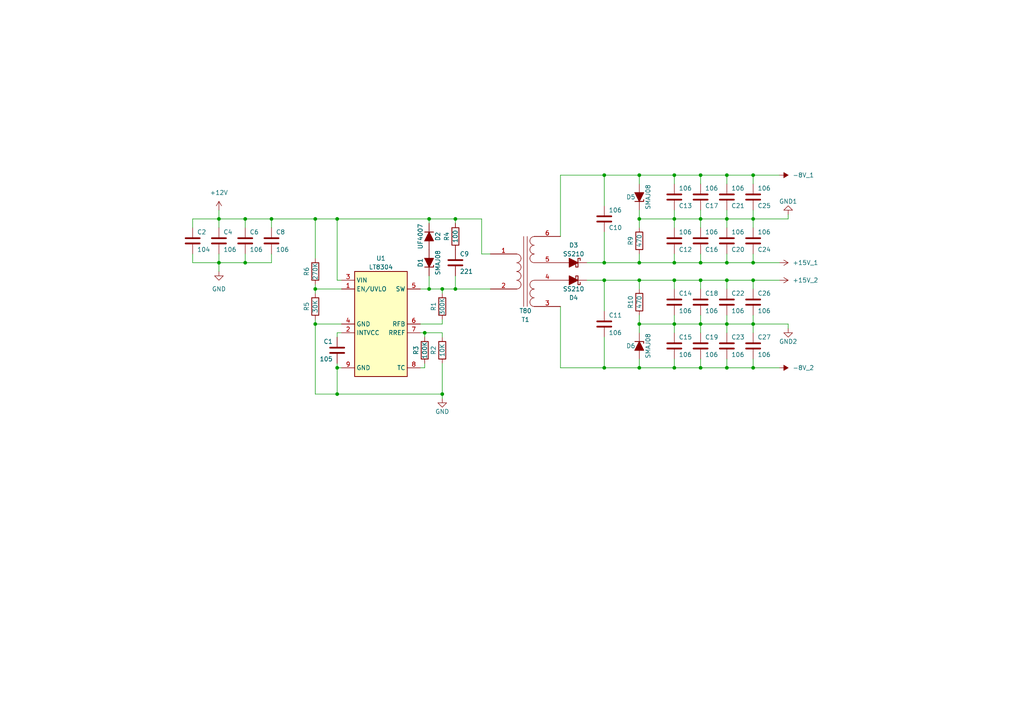
<source format=kicad_sch>
(kicad_sch (version 20250114) (generator "eeschema") (generator_version "9.0")
  (paper "A4")
  (lib_symbols
    (symbol "Device:C" (pin_numbers (hide yes)) (pin_names (offset 0.254))
      (property "Reference" "C" (at 0.635 2.54 0))
      (property "Value" "C" (at 0.635 -2.54 0))
      (symbol "C_0_1"
        (polyline (pts (xy -2.032 0.762) (xy 2.032 0.762)) (stroke (width 0.508)))
        (polyline (pts (xy -2.032 -0.762) (xy 2.032 -0.762)) (stroke (width 0.508)))
      )
      (symbol "C_1_1"
        (pin passive line (at 0 3.81 270) (length 2.794) (name "~") (number "1"))
        (pin passive line (at 0 -3.81 90) (length 2.794) (name "~") (number "2"))
      )
    )
    (symbol "Device:D_Filled" (pin_numbers (hide yes)) (pin_names (offset 1.016) (hide yes))
      (property "Reference" "D" (at 0 2.54 0))
      (property "Value" "D_Filled" (at 0 -2.54 0))
      (symbol "D_Filled_0_1"
        (polyline (pts (xy -1.27 1.27) (xy -1.27 -1.27)) (stroke (width 0.254)))
        (polyline (pts (xy 1.27 1.27) (xy 1.27 -1.27) (xy -1.27 0) (xy 1.27 1.27)) (stroke (width 0.254)) (fill (type outline)))
        (polyline (pts (xy 1.27 0) (xy -1.27 0)))
      )
      (symbol "D_Filled_1_1"
        (pin passive line (at -3.81 0 0) (length 2.54) (name "K") (number "1"))
        (pin passive line (at 3.81 0 180) (length 2.54) (name "A") (number "2"))
      )
    )
    (symbol "Device:D_Schottky_Filled" (pin_numbers (hide yes)) (pin_names (offset 1.016) (hide yes))
      (property "Reference" "D" (at 0 2.54 0))
      (property "Value" "D_Schottky_Filled" (at 0 -2.54 0))
      (symbol "D_Schottky_Filled_0_1"
        (polyline (pts (xy -1.905 0.635) (xy -1.905 1.27) (xy -1.27 1.27) (xy -1.27 -1.27) (xy -0.635 -1.27) (xy -0.635 -0.635)) (stroke (width 0.254)))
        (polyline (pts (xy 1.27 1.27) (xy 1.27 -1.27) (xy -1.27 0) (xy 1.27 1.27)) (stroke (width 0.254)) (fill (type outline)))
        (polyline (pts (xy 1.27 0) (xy -1.27 0)))
      )
      (symbol "D_Schottky_Filled_1_1"
        (pin passive line (at -3.81 0 0) (length 2.54) (name "K") (number "1"))
        (pin passive line (at 3.81 0 180) (length 2.54) (name "A") (number "2"))
      )
    )
    (symbol "Device:D_Zener_Filled" (pin_numbers (hide yes)) (pin_names (offset 1.016) (hide yes))
      (property "Reference" "D" (at 0 2.54 0))
      (property "Value" "D_Zener_Filled" (at 0 -2.54 0))
      (symbol "D_Zener_Filled_0_1"
        (polyline (pts (xy -1.27 -1.27) (xy -1.27 1.27) (xy -0.762 1.27)) (stroke (width 0.254)))
        (polyline (pts (xy 1.27 0) (xy -1.27 0)))
        (polyline (pts (xy 1.27 -1.27) (xy 1.27 1.27) (xy -1.27 0) (xy 1.27 -1.27)) (stroke (width 0.254)) (fill (type outline)))
      )
      (symbol "D_Zener_Filled_1_1"
        (pin passive line (at -3.81 0 0) (length 2.54) (name "K") (number "1"))
        (pin passive line (at 3.81 0 180) (length 2.54) (name "A") (number "2"))
      )
    )
    (symbol "Device:R" (pin_numbers (hide yes)) (pin_names (offset 0))
      (property "Reference" "R" (at 2.032 0 90))
      (property "Value" "R" (at 0 0 90))
      (symbol "R_0_1"
        (rectangle (start -1.016 -2.54) (end 1.016 2.54) (stroke (width 0.254)))
      )
      (symbol "R_1_1"
        (pin passive line (at 0 3.81 270) (length 1.27) (name "~") (number "1"))
        (pin passive line (at 0 -3.81 90) (length 1.27) (name "~") (number "2"))
      )
    )
    (symbol "Device:Transformer_1P_2S" (pin_names (offset 1.016) (hide yes))
      (property "Reference" "T1" (at 0 15.24 0))
      (property "Value" "Transformer_1P_2S" (at 0 12.7 0))
      (symbol "Transformer_1P_2S_0_1"
        (arc (start -1.27 3.81) (mid -1.656 2.9336) (end -2.54 2.5654))
        (arc (start -1.27 1.27) (mid -1.656 0.3936) (end -2.54 0.0254))
        (arc (start -1.27 -1.27) (mid -1.656 -2.1464) (end -2.54 -2.5146))
        (arc (start -1.27 -3.81) (mid -1.656 -4.6864) (end -2.54 -5.0546))
        (arc (start -2.54 5.08) (mid -1.642 4.708) (end -1.27 3.81))
        (arc (start -2.54 2.54) (mid -1.642 2.168) (end -1.27 1.27))
        (arc (start -2.54 0) (mid -1.642 -0.372) (end -1.27 -1.27))
        (arc (start -2.54 -2.54) (mid -1.642 -2.912) (end -1.27 -3.81))
        (polyline (pts (xy -0.508 -10.16) (xy -0.508 10.16)))
        (polyline (pts (xy 0.508 10.16) (xy 0.508 -10.16)))
        (arc (start 1.2954 8.89) (mid 1.6457 9.7917) (end 2.54 10.16))
        (arc (start 1.2954 6.35) (mid 1.6457 7.2517) (end 2.54 7.62))
        (arc (start 1.2954 3.81) (mid 1.6457 4.7117) (end 2.54 5.08))
        (arc (start 1.2954 -3.81) (mid 1.6457 -2.9083) (end 2.54 -2.54))
        (arc (start 1.2954 -6.35) (mid 1.6457 -5.4483) (end 2.54 -5.08))
        (arc (start 1.2954 -8.89) (mid 1.6457 -7.9883) (end 2.54 -7.62))
        (arc (start 2.54 7.6454) (mid 1.6599 8.0099) (end 1.2954 8.89))
        (arc (start 2.54 5.1054) (mid 1.6599 5.4699) (end 1.2954 6.35))
        (arc (start 2.54 2.5654) (mid 1.6599 2.9299) (end 1.2954 3.81))
        (arc (start 2.54 -5.0546) (mid 1.6599 -4.6901) (end 1.2954 -3.81))
        (arc (start 2.54 -7.5946) (mid 1.6599 -7.2301) (end 1.2954 -6.35))
        (arc (start 2.54 -10.1346) (mid 1.6599 -9.7701) (end 1.2954 -8.89))
      )
      (symbol "Transformer_1P_2S_1_1"
        (pin passive line (at -10.16 5.08 0) (length 7.62) (name "AA") (number "2"))
        (pin passive line (at -10.16 -5.08 0) (length 7.62) (name "AB") (number "1"))
        (pin passive line (at 10.16 10.16 180) (length 7.62) (name "SA") (number "3"))
        (pin passive line (at 10.16 2.54 180) (length 7.62) (name "SB") (number "4"))
        (pin passive line (at 10.16 -2.54 180) (length 7.62) (name "SC") (number "5"))
        (pin passive line (at 10.16 -10.16 180) (length 7.62) (name "SD") (number "6"))
      )
    )
    (symbol "HR Parts:LT8304"
      (property "Reference" "U" (at 0 22.86 0))
      (property "Value" "LT8304" (at 0 -10.16 0))
      (symbol "LT8304_0_1"
        (rectangle (start -7.62 21.59) (end 7.62 -8.89) (stroke (width 0.254)) (fill (type background)))
      )
      (symbol "LT8304_1_1"
        (pin power_in line (at -11.43 19.05 0) (length 3.81) (name "VIN") (number "3"))
        (pin input line (at -11.43 16.51 0) (length 3.81) (name "EN/UVLO") (number "1"))
        (pin power_in line (at -11.43 6.35 0) (length 3.81) (name "GND") (number "4"))
        (pin passive line (at -11.43 3.81 0) (length 3.81) (name "INTVCC") (number "2"))
        (pin power_in line (at -11.43 -6.35 0) (length 3.81) (name "GND") (number "9"))
        (pin power_out line (at 11.43 16.51 180) (length 3.81) (name "SW") (number "5"))
        (pin input line (at 11.43 6.35 180) (length 3.81) (name "RFB") (number "6"))
        (pin input line (at 11.43 3.81 180) (length 3.81) (name "RREF") (number "7"))
        (pin input line (at 11.43 -6.35 180) (length 3.81) (name "TC") (number "8"))
      )
    )
    (symbol "HR-parts:+15V_1" (power) (pin_names (offset 0))
      (property "Value" "+15V_1" (at 0 3.556 0))
      (symbol "+15V_1_0_1"
        (polyline (pts (xy -0.762 1.27) (xy 0 2.54)))
        (polyline (pts (xy 0 2.54) (xy 0.762 1.27)))
        (polyline (pts (xy 0 0) (xy 0 2.54)))
      )
      (symbol "+15V_1_1_1"
        (pin power_in line (at 0 0 90) (length 0) (hide yes) (name "+15V_1") (number "1"))
      )
    )
    (symbol "HR-parts:+15V_2" (power) (pin_names (offset 0))
      (property "Value" "+15V_2" (at 0 3.556 0))
      (symbol "+15V_2_0_1"
        (polyline (pts (xy -0.762 1.27) (xy 0 2.54)))
        (polyline (pts (xy 0 2.54) (xy 0.762 1.27)))
        (polyline (pts (xy 0 0) (xy 0 2.54)))
      )
      (symbol "+15V_2_1_1"
        (pin power_in line (at 0 0 90) (length 0) (hide yes) (name "+15V_2") (number "1"))
      )
    )
    (symbol "HR-parts:-8V_1" (power) (pin_names (offset 0))
      (property "Value" "-8V_1" (at 0 3.556 0))
      (symbol "-8V_1_0_1"
        (polyline (pts (xy -0.762 1.27) (xy 0.762 1.27) (xy 0 2.54) (xy -0.762 1.27)) (fill (type outline)))
        (polyline (pts (xy 0 0) (xy 0 2.54)))
      )
      (symbol "-8V_1_1_1"
        (pin power_in line (at 0 0 90) (length 0) (hide yes) (name "-8V_1") (number "1"))
      )
    )
    (symbol "HR-parts:-8V_2" (power) (pin_names (offset 0))
      (property "Value" "-8V_2" (at 0 3.556 0))
      (symbol "-8V_2_0_1"
        (polyline (pts (xy -0.762 1.27) (xy 0.762 1.27) (xy 0 2.54) (xy -0.762 1.27)) (fill (type outline)))
        (polyline (pts (xy 0 0) (xy 0 2.54)))
      )
      (symbol "-8V_2_1_1"
        (pin power_in line (at 0 0 90) (length 0) (hide yes) (name "-8V_2") (number "1"))
      )
    )
    (symbol "power:+12V" (power) (pin_names (offset 0))
      (property "Value" "+12V" (at 0 3.556 0))
      (symbol "+12V_0_1"
        (polyline (pts (xy -0.762 1.27) (xy 0 2.54)))
        (polyline (pts (xy 0 2.54) (xy 0.762 1.27)))
        (polyline (pts (xy 0 0) (xy 0 2.54)))
      )
      (symbol "+12V_1_1"
        (pin power_in line (at 0 0 90) (length 0) (hide yes) (name "+12V") (number "1"))
      )
    )
    (symbol "power:GND" (power) (pin_names (offset 0))
      (property "Value" "GND" (at 0 -3.81 0))
      (symbol "GND_0_1"
        (polyline (pts (xy 0 0) (xy 0 -1.27) (xy 1.27 -1.27) (xy 0 -2.54) (xy -1.27 -1.27) (xy 0 -1.27)))
      )
      (symbol "GND_1_1"
        (pin power_in line (at 0 0 270) (length 0) (hide yes) (name "GND") (number "1"))
      )
    )
    (symbol "power:GND1" (power) (pin_names (offset 0))
      (property "Value" "GND1" (at 0 -3.81 0))
      (symbol "GND1_0_1"
        (polyline (pts (xy 0 0) (xy 0 -1.27) (xy 1.27 -1.27) (xy 0 -2.54) (xy -1.27 -1.27) (xy 0 -1.27)))
      )
      (symbol "GND1_1_1"
        (pin power_in line (at 0 0 270) (length 0) (hide yes) (name "GND1") (number "1"))
      )
    )
    (symbol "power:GND2" (power) (pin_names (offset 0))
      (property "Value" "GND2" (at 0 -3.81 0))
      (symbol "GND2_0_1"
        (polyline (pts (xy 0 0) (xy 0 -1.27) (xy 1.27 -1.27) (xy 0 -2.54) (xy -1.27 -1.27) (xy 0 -1.27)))
      )
      (symbol "GND2_1_1"
        (pin power_in line (at 0 0 270) (length 0) (hide yes) (name "GND2") (number "1"))
      )
    )
  )
  (junction (at 71.12 63.5))
  (junction (at 218.44 50.8))
  (junction (at 185.42 106.68))
  (junction (at 124.46 83.82))
  (junction (at 91.44 93.98))
  (junction (at 91.44 63.5))
  (junction (at 218.44 63.5))
  (junction (at 210.82 76.2))
  (junction (at 185.42 76.2))
  (junction (at 132.08 83.82))
  (junction (at 195.58 93.98))
  (junction (at 175.26 50.8))
  (junction (at 185.42 50.8))
  (junction (at 97.79 106.68))
  (junction (at 185.42 63.5))
  (junction (at 218.44 106.68))
  (junction (at 195.58 63.5))
  (junction (at 210.82 93.98))
  (junction (at 210.82 81.28))
  (junction (at 175.26 81.28))
  (junction (at 123.19 96.52))
  (junction (at 218.44 76.2))
  (junction (at 63.5 76.2))
  (junction (at 63.5 63.5))
  (junction (at 195.58 81.28))
  (junction (at 203.2 106.68))
  (junction (at 210.82 106.68))
  (junction (at 210.82 63.5))
  (junction (at 128.27 83.82))
  (junction (at 71.12 76.2))
  (junction (at 185.42 81.28))
  (junction (at 203.2 50.8))
  (junction (at 195.58 76.2))
  (junction (at 185.42 93.98))
  (junction (at 203.2 93.98))
  (junction (at 175.26 76.2))
  (junction (at 203.2 63.5))
  (junction (at 132.08 63.5))
  (junction (at 128.27 114.3))
  (junction (at 78.74 63.5))
  (junction (at 203.2 81.28))
  (junction (at 218.44 93.98))
  (junction (at 218.44 81.28))
  (junction (at 195.58 50.8))
  (junction (at 97.79 63.5))
  (junction (at 91.44 83.82))
  (junction (at 175.26 106.68))
  (junction (at 203.2 76.2))
  (junction (at 124.46 63.5))
  (junction (at 195.58 106.68))
  (junction (at 210.82 50.8))
  (junction (at 97.79 114.3))
  (wire (pts (xy 78.74 73.66) (xy 78.74 76.2)))
  (wire (pts (xy 162.56 50.8) (xy 175.26 50.8)))
  (wire (pts (xy 195.58 91.44) (xy 195.58 93.98)))
  (wire (pts (xy 210.82 81.28) (xy 218.44 81.28)))
  (wire (pts (xy 185.42 106.68) (xy 195.58 106.68)))
  (wire (pts (xy 185.42 81.28) (xy 185.42 83.82)))
  (wire (pts (xy 142.24 73.66) (xy 139.7 73.66)))
  (wire (pts (xy 175.26 81.28) (xy 185.42 81.28)))
  (wire (pts (xy 203.2 63.5) (xy 210.82 63.5)))
  (wire (pts (xy 121.92 96.52) (xy 123.19 96.52)))
  (wire (pts (xy 63.5 60.96) (xy 63.5 63.5)))
  (wire (pts (xy 195.58 50.8) (xy 203.2 50.8)))
  (wire (pts (xy 132.08 63.5) (xy 132.08 64.77)))
  (wire (pts (xy 185.42 76.2) (xy 185.42 73.66)))
  (wire (pts (xy 97.79 106.68) (xy 99.06 106.68)))
  (wire (pts (xy 91.44 63.5) (xy 97.79 63.5)))
  (wire (pts (xy 55.88 73.66) (xy 55.88 76.2)))
  (wire (pts (xy 228.6 93.98) (xy 228.6 95.25)))
  (wire (pts (xy 210.82 76.2) (xy 218.44 76.2)))
  (wire (pts (xy 91.44 83.82) (xy 99.06 83.82)))
  (wire (pts (xy 195.58 63.5) (xy 195.58 60.96)))
  (wire (pts (xy 63.5 76.2) (xy 63.5 78.74)))
  (wire (pts (xy 218.44 93.98) (xy 228.6 93.98)))
  (wire (pts (xy 132.08 63.5) (xy 139.7 63.5)))
  (wire (pts (xy 97.79 105.41) (xy 97.79 106.68)))
  (wire (pts (xy 99.06 96.52) (xy 97.79 96.52)))
  (wire (pts (xy 218.44 93.98) (xy 218.44 96.52)))
  (wire (pts (xy 195.58 63.5) (xy 203.2 63.5)))
  (wire (pts (xy 55.88 63.5) (xy 55.88 66.04)))
  (wire (pts (xy 203.2 50.8) (xy 210.82 50.8)))
  (wire (pts (xy 132.08 80.01) (xy 132.08 83.82)))
  (wire (pts (xy 175.26 106.68) (xy 185.42 106.68)))
  (wire (pts (xy 97.79 114.3) (xy 128.27 114.3)))
  (wire (pts (xy 124.46 63.5) (xy 132.08 63.5)))
  (wire (pts (xy 71.12 73.66) (xy 71.12 76.2)))
  (wire (pts (xy 185.42 81.28) (xy 195.58 81.28)))
  (wire (pts (xy 121.92 106.68) (xy 123.19 106.68)))
  (wire (pts (xy 175.26 81.28) (xy 175.26 90.17)))
  (wire (pts (xy 185.42 93.98) (xy 185.42 96.52)))
  (wire (pts (xy 195.58 106.68) (xy 203.2 106.68)))
  (wire (pts (xy 185.42 63.5) (xy 195.58 63.5)))
  (wire (pts (xy 210.82 106.68) (xy 218.44 106.68)))
  (wire (pts (xy 91.44 82.55) (xy 91.44 83.82)))
  (wire (pts (xy 185.42 66.04) (xy 185.42 63.5)))
  (wire (pts (xy 162.56 88.9) (xy 162.56 106.68)))
  (wire (pts (xy 218.44 50.8) (xy 226.06 50.8)))
  (wire (pts (xy 203.2 66.04) (xy 203.2 63.5)))
  (wire (pts (xy 210.82 93.98) (xy 218.44 93.98)))
  (wire (pts (xy 195.58 81.28) (xy 195.58 83.82)))
  (wire (pts (xy 218.44 81.28) (xy 218.44 83.82)))
  (wire (pts (xy 128.27 83.82) (xy 128.27 85.09)))
  (wire (pts (xy 203.2 76.2) (xy 203.2 73.66)))
  (wire (pts (xy 97.79 106.68) (xy 97.79 114.3)))
  (wire (pts (xy 203.2 81.28) (xy 203.2 83.82)))
  (wire (pts (xy 203.2 76.2) (xy 210.82 76.2)))
  (wire (pts (xy 218.44 106.68) (xy 226.06 106.68)))
  (wire (pts (xy 123.19 96.52) (xy 128.27 96.52)))
  (wire (pts (xy 128.27 83.82) (xy 132.08 83.82)))
  (wire (pts (xy 203.2 91.44) (xy 203.2 93.98)))
  (wire (pts (xy 175.26 76.2) (xy 185.42 76.2)))
  (wire (pts (xy 195.58 53.34) (xy 195.58 50.8)))
  (wire (pts (xy 218.44 76.2) (xy 226.06 76.2)))
  (wire (pts (xy 121.92 83.82) (xy 124.46 83.82)))
  (wire (pts (xy 210.82 63.5) (xy 218.44 63.5)))
  (wire (pts (xy 210.82 50.8) (xy 218.44 50.8)))
  (wire (pts (xy 218.44 81.28) (xy 226.06 81.28)))
  (wire (pts (xy 203.2 93.98) (xy 203.2 96.52)))
  (wire (pts (xy 63.5 76.2) (xy 71.12 76.2)))
  (wire (pts (xy 132.08 83.82) (xy 142.24 83.82)))
  (wire (pts (xy 175.26 76.2) (xy 175.26 67.31)))
  (wire (pts (xy 170.18 76.2) (xy 175.26 76.2)))
  (wire (pts (xy 99.06 93.98) (xy 91.44 93.98)))
  (wire (pts (xy 175.26 50.8) (xy 185.42 50.8)))
  (wire (pts (xy 203.2 53.34) (xy 203.2 50.8)))
  (wire (pts (xy 63.5 63.5) (xy 63.5 66.04)))
  (wire (pts (xy 210.82 66.04) (xy 210.82 63.5)))
  (wire (pts (xy 185.42 76.2) (xy 195.58 76.2)))
  (wire (pts (xy 78.74 63.5) (xy 78.74 66.04)))
  (wire (pts (xy 185.42 93.98) (xy 195.58 93.98)))
  (wire (pts (xy 218.44 76.2) (xy 218.44 73.66)))
  (wire (pts (xy 185.42 91.44) (xy 185.42 93.98)))
  (wire (pts (xy 99.06 81.28) (xy 97.79 81.28)))
  (wire (pts (xy 71.12 63.5) (xy 63.5 63.5)))
  (wire (pts (xy 97.79 63.5) (xy 124.46 63.5)))
  (wire (pts (xy 121.92 93.98) (xy 128.27 93.98)))
  (wire (pts (xy 185.42 50.8) (xy 195.58 50.8)))
  (wire (pts (xy 55.88 76.2) (xy 63.5 76.2)))
  (wire (pts (xy 128.27 115.57) (xy 128.27 114.3)))
  (wire (pts (xy 218.44 63.5) (xy 228.6 63.5)))
  (wire (pts (xy 128.27 114.3) (xy 128.27 105.41)))
  (wire (pts (xy 91.44 63.5) (xy 91.44 74.93)))
  (wire (pts (xy 185.42 50.8) (xy 185.42 53.34)))
  (wire (pts (xy 170.18 81.28) (xy 175.26 81.28)))
  (wire (pts (xy 124.46 80.01) (xy 124.46 83.82)))
  (wire (pts (xy 63.5 76.2) (xy 63.5 73.66)))
  (wire (pts (xy 78.74 76.2) (xy 71.12 76.2)))
  (wire (pts (xy 175.26 97.79) (xy 175.26 106.68)))
  (wire (pts (xy 185.42 63.5) (xy 185.42 60.96)))
  (wire (pts (xy 203.2 104.14) (xy 203.2 106.68)))
  (wire (pts (xy 195.58 104.14) (xy 195.58 106.68)))
  (wire (pts (xy 203.2 106.68) (xy 210.82 106.68)))
  (wire (pts (xy 162.56 106.68) (xy 175.26 106.68)))
  (wire (pts (xy 203.2 63.5) (xy 203.2 60.96)))
  (wire (pts (xy 63.5 63.5) (xy 55.88 63.5)))
  (wire (pts (xy 195.58 76.2) (xy 203.2 76.2)))
  (wire (pts (xy 185.42 106.68) (xy 185.42 104.14)))
  (wire (pts (xy 91.44 93.98) (xy 91.44 92.71)))
  (wire (pts (xy 218.44 91.44) (xy 218.44 93.98)))
  (wire (pts (xy 195.58 66.04) (xy 195.58 63.5)))
  (wire (pts (xy 71.12 63.5) (xy 71.12 66.04)))
  (wire (pts (xy 218.44 50.8) (xy 218.44 53.34)))
  (wire (pts (xy 210.82 81.28) (xy 210.82 83.82)))
  (wire (pts (xy 139.7 73.66) (xy 139.7 63.5)))
  (wire (pts (xy 195.58 93.98) (xy 203.2 93.98)))
  (wire (pts (xy 124.46 83.82) (xy 128.27 83.82)))
  (wire (pts (xy 210.82 63.5) (xy 210.82 60.96)))
  (wire (pts (xy 124.46 63.5) (xy 124.46 64.77)))
  (wire (pts (xy 210.82 104.14) (xy 210.82 106.68)))
  (wire (pts (xy 203.2 81.28) (xy 210.82 81.28)))
  (wire (pts (xy 91.44 83.82) (xy 91.44 85.09)))
  (wire (pts (xy 97.79 81.28) (xy 97.79 63.5)))
  (wire (pts (xy 210.82 53.34) (xy 210.82 50.8)))
  (wire (pts (xy 123.19 106.68) (xy 123.19 105.41)))
  (wire (pts (xy 91.44 114.3) (xy 97.79 114.3)))
  (wire (pts (xy 210.82 93.98) (xy 210.82 96.52)))
  (wire (pts (xy 195.58 93.98) (xy 195.58 96.52)))
  (wire (pts (xy 218.44 66.04) (xy 218.44 63.5)))
  (wire (pts (xy 210.82 76.2) (xy 210.82 73.66)))
  (wire (pts (xy 175.26 59.69) (xy 175.26 50.8)))
  (wire (pts (xy 128.27 96.52) (xy 128.27 97.79)))
  (wire (pts (xy 91.44 93.98) (xy 91.44 114.3)))
  (wire (pts (xy 78.74 63.5) (xy 71.12 63.5)))
  (wire (pts (xy 203.2 93.98) (xy 210.82 93.98)))
  (wire (pts (xy 97.79 96.52) (xy 97.79 97.79)))
  (wire (pts (xy 123.19 96.52) (xy 123.19 97.79)))
  (wire (pts (xy 218.44 106.68) (xy 218.44 104.14)))
  (wire (pts (xy 78.74 63.5) (xy 91.44 63.5)))
  (wire (pts (xy 228.6 63.5) (xy 228.6 62.23)))
  (wire (pts (xy 162.56 50.8) (xy 162.56 68.58)))
  (wire (pts (xy 195.58 81.28) (xy 203.2 81.28)))
  (wire (pts (xy 210.82 91.44) (xy 210.82 93.98)))
  (wire (pts (xy 128.27 93.98) (xy 128.27 92.71)))
  (wire (pts (xy 195.58 76.2) (xy 195.58 73.66)))
  (wire (pts (xy 218.44 63.5) (xy 218.44 60.96)))
  (symbol (lib_id "Device:R") (at 91.44 88.9 180) (unit 1)
    (property "Reference" "R5" (at 88.9 88.9 90))
    (property "Value" "30K" (at 91.44 88.9 90))
    (property "Footprint" "Resistor_SMD:R_0805_2012Metric" (effects (hide yes)))
    (property "Description" "Resistor" (effects (hide yes)))
  )
  (symbol (lib_id "HR-parts:+15V_2") (at 226.06 81.28 270) (unit 1)
    (property "Reference" "#PWR013" (effects (hide yes)))
    (property "Value" "+15V_2" (at 229.87 81.2799 90) (effects (justify left)))
  )
  (symbol (lib_id "Device:D_Schottky_Filled") (at 166.37 81.28 180) (unit 1)
    (property "Reference" "D4" (at 166.37 86.36 0))
    (property "Value" "SS210" (at 166.37 83.82 0))
    (property "Footprint" "Diode_SMD:D_SMB" (effects (hide yes)))
  )
  (symbol (lib_id "Device:R") (at 185.42 69.85 0) (mirror x) (unit 1)
    (property "Reference" "R9" (at 182.88 69.85 90))
    (property "Value" "470" (at 185.42 69.85 90))
    (property "Footprint" "Resistor_SMD:R_1210_3225Metric" (effects (hide yes)))
  )
  (symbol (lib_id "Device:C") (at 195.58 87.63 0) (unit 1)
    (property "Reference" "C14" (at 196.85 85.09 0) (effects (justify left)))
    (property "Value" "106" (at 196.85 90.17 0) (effects (justify left)))
    (property "Footprint" "Capacitor_SMD:C_1210_3225Metric" (effects (hide yes)))
  )
  (symbol (lib_id "Device:R") (at 128.27 88.9 180) (unit 1)
    (property "Reference" "R1" (at 125.73 88.9 90))
    (property "Value" "300K" (at 128.27 88.9 90))
    (property "Footprint" "Resistor_SMD:R_0805_2012Metric" (effects (hide yes)))
    (property "Description" "Resistor" (effects (hide yes)))
  )
  (symbol (lib_id "Device:C") (at 218.44 57.15 0) (mirror x) (unit 1)
    (property "Reference" "C25" (at 219.71 59.69 0) (effects (justify left)))
    (property "Value" "106" (at 219.71 54.61 0) (effects (justify left)))
    (property "Footprint" "Capacitor_SMD:C_1210_3225Metric" (effects (hide yes)))
  )
  (symbol (lib_id "Device:C") (at 203.2 69.85 0) (mirror x) (unit 1)
    (property "Reference" "C16" (at 204.47 72.39 0) (effects (justify left)))
    (property "Value" "106" (at 204.47 67.31 0) (effects (justify left)))
    (property "Footprint" "Capacitor_SMD:C_1210_3225Metric" (effects (hide yes)))
  )
  (symbol (lib_id "Device:C") (at 203.2 57.15 0) (mirror x) (unit 1)
    (property "Reference" "C17" (at 204.47 59.69 0) (effects (justify left)))
    (property "Value" "106" (at 204.47 54.61 0) (effects (justify left)))
    (property "Footprint" "Capacitor_SMD:C_1210_3225Metric" (effects (hide yes)))
  )
  (symbol (lib_id "Device:C") (at 132.08 76.2 0) (unit 1)
    (property "Reference" "C9" (at 133.35 73.66 0) (effects (justify left)))
    (property "Value" "221" (at 133.35 78.74 0) (effects (justify left)))
    (property "Footprint" "Capacitor_SMD:C_0805_2012Metric" (effects (hide yes)))
  )
  (symbol (lib_id "Device:C") (at 210.82 57.15 0) (mirror x) (unit 1)
    (property "Reference" "C21" (at 212.09 59.69 0) (effects (justify left)))
    (property "Value" "106" (at 212.09 54.61 0) (effects (justify left)))
    (property "Footprint" "Capacitor_SMD:C_1210_3225Metric" (effects (hide yes)))
  )
  (symbol (lib_id "Device:D_Schottky_Filled") (at 166.37 76.2 0) (mirror y) (unit 1)
    (property "Reference" "D3" (at 166.37 71.12 0))
    (property "Value" "SS210" (at 166.37 73.66 0))
    (property "Footprint" "Diode_SMD:D_SMB" (effects (hide yes)))
  )
  (symbol (lib_id "HR Parts:LT8304") (at 110.49 100.33 0) (unit 1)
    (property "Reference" "U1" (at 110.49 74.93 0))
    (property "Value" "LT8304" (at 110.49 77.47 0))
    (property "Footprint" "Package_SO:SOIC-8-1EP_3.9x4.9mm_P1.27mm_EP2.41x3.3mm" (effects (hide yes)))
  )
  (symbol (lib_id "Device:R") (at 185.42 87.63 0) (unit 1)
    (property "Reference" "R10" (at 182.88 87.63 90))
    (property "Value" "470" (at 185.42 87.63 90))
    (property "Footprint" "Resistor_SMD:R_1210_3225Metric" (effects (hide yes)))
  )
  (symbol (lib_id "HR-parts:+15V_1") (at 226.06 76.2 270) (mirror x) (unit 1)
    (property "Reference" "#PWR011" (effects (hide yes)))
    (property "Value" "+15V_1" (at 229.87 76.2001 90) (effects (justify left)))
  )
  (symbol (lib_id "Device:Transformer_1P_2S") (at 152.4 78.74 0) (mirror x) (unit 1)
    (property "Reference" "T1" (at 152.4 92.71 0))
    (property "Value" "T80" (at 152.4 90.17 0))
    (property "Footprint" "HR_parts:TRANSFORMER_T80_6P_01_H" (effects (hide yes)))
  )
  (symbol (lib_id "HR-parts:-8V_2") (at 226.06 106.68 270) (unit 1)
    (property "Reference" "#PWR014" (effects (hide yes)))
    (property "Value" "-8V_2" (at 229.87 106.6799 90) (effects (justify left)))
  )
  (symbol (lib_id "power:GND2") (at 228.6 95.25 0) (unit 1)
    (property "Reference" "#PWR016" (effects (hide yes)))
    (property "Value" "GND2" (at 228.6 99.06 0))
  )
  (symbol (lib_id "Device:R") (at 132.08 68.58 180) (unit 1)
    (property "Reference" "R4" (at 129.54 68.58 90))
    (property "Value" "100" (at 132.08 68.58 90))
    (property "Footprint" "Resistor_SMD:R_2512_6332Metric" (effects (hide yes)))
    (property "Description" "Resistor" (effects (hide yes)))
  )
  (symbol (lib_id "Device:C") (at 203.2 100.33 0) (unit 1)
    (property "Reference" "C19" (at 204.47 97.79 0) (effects (justify left)))
    (property "Value" "106" (at 204.47 102.87 0) (effects (justify left)))
    (property "Footprint" "Capacitor_SMD:C_1210_3225Metric" (effects (hide yes)))
  )
  (symbol (lib_id "power:GND1") (at 228.6 62.23 0) (mirror x) (unit 1)
    (property "Reference" "#PWR015" (effects (hide yes)))
    (property "Value" "GND1" (at 228.6 58.42 0))
  )
  (symbol (lib_id "Device:C") (at 210.82 69.85 0) (mirror x) (unit 1)
    (property "Reference" "C20" (at 212.09 72.39 0) (effects (justify left)))
    (property "Value" "106" (at 212.09 67.31 0) (effects (justify left)))
    (property "Footprint" "Capacitor_SMD:C_1210_3225Metric" (effects (hide yes)))
  )
  (symbol (lib_id "Device:C") (at 218.44 87.63 0) (unit 1)
    (property "Reference" "C26" (at 219.71 85.09 0) (effects (justify left)))
    (property "Value" "106" (at 219.71 90.17 0) (effects (justify left)))
    (property "Footprint" "Capacitor_SMD:C_1210_3225Metric" (effects (hide yes)))
  )
  (symbol (lib_id "Device:C") (at 71.12 69.85 0) (unit 1)
    (property "Reference" "C6" (at 72.39 67.31 0) (effects (justify left)))
    (property "Value" "106" (at 72.39 72.39 0) (effects (justify left)))
    (property "Footprint" "Capacitor_SMD:C_1210_3225Metric" (effects (hide yes)))
  )
  (symbol (lib_id "power:GND") (at 128.27 115.57 0) (unit 1)
    (property "Reference" "#PWR6" (effects (hide yes)))
    (property "Value" "GND" (at 128.27 119.38 0))
  )
  (symbol (lib_id "power:GND") (at 63.5 78.74 0) (unit 1)
    (property "Reference" "#PWR09" (effects (hide yes)))
    (property "Value" "GND" (at 63.5 83.82 0))
  )
  (symbol (lib_id "Device:D_Zener_Filled") (at 185.42 100.33 270) (unit 1)
    (property "Reference" "D6" (at 181.61 100.33 90) (effects (justify left)))
    (property "Value" "SMAJ08" (at 187.96 100.33 0))
    (property "Footprint" "Diode_SMD:D_SMA" (effects (hide yes)))
  )
  (symbol (lib_id "Device:C") (at 175.26 63.5 0) (mirror x) (unit 1)
    (property "Reference" "C10" (at 176.53 66.04 0) (effects (justify left)))
    (property "Value" "106" (at 176.53 60.96 0) (effects (justify left)))
    (property "Footprint" "Capacitor_SMD:C_1210_3225Metric" (effects (hide yes)))
  )
  (symbol (lib_id "Device:C") (at 203.2 87.63 0) (unit 1)
    (property "Reference" "C18" (at 204.47 85.09 0) (effects (justify left)))
    (property "Value" "106" (at 204.47 90.17 0) (effects (justify left)))
    (property "Footprint" "Capacitor_SMD:C_1210_3225Metric" (effects (hide yes)))
  )
  (symbol (lib_id "Device:C") (at 55.88 69.85 0) (unit 1)
    (property "Reference" "C2" (at 57.15 67.31 0) (effects (justify left)))
    (property "Value" "104" (at 57.15 72.39 0) (effects (justify left)))
    (property "Footprint" "Resistor_SMD:R_0805_2012Metric" (effects (hide yes)))
  )
  (symbol (lib_id "Device:R") (at 128.27 101.6 180) (unit 1)
    (property "Reference" "R2" (at 125.73 101.6 90))
    (property "Value" "10K" (at 128.27 101.6 90))
    (property "Footprint" "Resistor_SMD:R_0805_2012Metric" (effects (hide yes)))
    (property "Description" "Resistor" (effects (hide yes)))
  )
  (symbol (lib_id "Device:C") (at 97.79 101.6 0) (mirror y) (unit 1)
    (property "Reference" "C1" (at 96.52 99.06 0) (effects (justify left)))
    (property "Value" "105" (at 96.52 104.14 0) (effects (justify left)))
    (property "Footprint" "Capacitor_SMD:C_0805_2012Metric" (effects (hide yes)))
  )
  (symbol (lib_id "Device:C") (at 218.44 69.85 0) (mirror x) (unit 1)
    (property "Reference" "C24" (at 219.71 72.39 0) (effects (justify left)))
    (property "Value" "106" (at 219.71 67.31 0) (effects (justify left)))
    (property "Footprint" "Capacitor_SMD:C_1210_3225Metric" (effects (hide yes)))
  )
  (symbol (lib_id "Device:D_Zener_Filled") (at 185.42 57.15 270) (mirror x) (unit 1)
    (property "Reference" "D5" (at 181.61 57.15 90) (effects (justify left)))
    (property "Value" "SMAJ08" (at 187.96 57.15 0))
    (property "Footprint" "Diode_SMD:D_SMA" (effects (hide yes)))
  )
  (symbol (lib_id "Device:C") (at 218.44 100.33 0) (unit 1)
    (property "Reference" "C27" (at 219.71 97.79 0) (effects (justify left)))
    (property "Value" "106" (at 219.71 102.87 0) (effects (justify left)))
    (property "Footprint" "Capacitor_SMD:C_1210_3225Metric" (effects (hide yes)))
  )
  (symbol (lib_id "Device:C") (at 210.82 87.63 0) (unit 1)
    (property "Reference" "C22" (at 212.09 85.09 0) (effects (justify left)))
    (property "Value" "106" (at 212.09 90.17 0) (effects (justify left)))
    (property "Footprint" "Capacitor_SMD:C_1210_3225Metric" (effects (hide yes)))
  )
  (symbol (lib_id "Device:R") (at 91.44 78.74 180) (unit 1)
    (property "Reference" "R6" (at 88.9 78.74 90))
    (property "Value" "270K" (at 91.44 78.74 90))
    (property "Footprint" "Resistor_SMD:R_0805_2012Metric" (effects (hide yes)))
    (property "Description" "Resistor" (effects (hide yes)))
  )
  (symbol (lib_id "HR-parts:-8V_1") (at 226.06 50.8 270) (mirror x) (unit 1)
    (property "Reference" "#PWR012" (effects (hide yes)))
    (property "Value" "-8V_1" (at 229.87 50.8001 90) (effects (justify left)))
  )
  (symbol (lib_id "power:+12V") (at 63.5 60.96 0) (unit 1)
    (property "Reference" "#PWR08" (effects (hide yes)))
    (property "Value" "+12V" (at 63.5 55.88 0))
  )
  (symbol (lib_id "Device:D_Filled") (at 124.46 68.58 90) (mirror x) (unit 1)
    (property "Reference" "D2" (at 127 68.58 0))
    (property "Value" "UF4007" (at 121.92 68.58 0))
    (property "Footprint" "Diode_SMD:D_SOD-123" (effects (hide yes)))
  )
  (symbol (lib_id "Device:C") (at 78.74 69.85 0) (unit 1)
    (property "Reference" "C8" (at 80.01 67.31 0) (effects (justify left)))
    (property "Value" "106" (at 80.01 72.39 0) (effects (justify left)))
    (property "Footprint" "Capacitor_SMD:C_1210_3225Metric" (effects (hide yes)))
  )
  (symbol (lib_id "Device:C") (at 195.58 57.15 0) (mirror x) (unit 1)
    (property "Reference" "C13" (at 196.85 59.69 0) (effects (justify left)))
    (property "Value" "106" (at 196.85 54.61 0) (effects (justify left)))
    (property "Footprint" "Capacitor_SMD:C_1210_3225Metric" (effects (hide yes)))
  )
  (symbol (lib_id "Device:C") (at 210.82 100.33 0) (unit 1)
    (property "Reference" "C23" (at 212.09 97.79 0) (effects (justify left)))
    (property "Value" "106" (at 212.09 102.87 0) (effects (justify left)))
    (property "Footprint" "Capacitor_SMD:C_1210_3225Metric" (effects (hide yes)))
  )
  (symbol (lib_id "Device:C") (at 63.5 69.85 0) (unit 1)
    (property "Reference" "C4" (at 64.77 67.31 0) (effects (justify left)))
    (property "Value" "106" (at 64.77 72.39 0) (effects (justify left)))
    (property "Footprint" "Capacitor_SMD:C_1210_3225Metric" (effects (hide yes)))
  )
  (symbol (lib_id "Device:R") (at 123.19 101.6 180) (unit 1)
    (property "Reference" "R3" (at 120.65 101.6 90))
    (property "Value" "100K" (at 123.19 101.6 90))
    (property "Footprint" "Resistor_SMD:R_0805_2012Metric" (effects (hide yes)))
    (property "Description" "Resistor" (effects (hide yes)))
  )
  (symbol (lib_id "Device:D_Zener_Filled") (at 124.46 76.2 270) (mirror x) (unit 1)
    (property "Reference" "D1" (at 121.92 76.2 0))
    (property "Value" "SMAJ08" (at 127 76.2 0))
    (property "Footprint" "Diode_SMD:D_SMA" (effects (hide yes)))
  )
  (symbol (lib_id "Device:C") (at 195.58 100.33 0) (unit 1)
    (property "Reference" "C15" (at 196.85 97.79 0) (effects (justify left)))
    (property "Value" "106" (at 196.85 102.87 0) (effects (justify left)))
    (property "Footprint" "Capacitor_SMD:C_1210_3225Metric" (effects (hide yes)))
  )
  (symbol (lib_id "Device:C") (at 175.26 93.98 0) (unit 1)
    (property "Reference" "C11" (at 176.53 91.44 0) (effects (justify left)))
    (property "Value" "106" (at 176.53 96.52 0) (effects (justify left)))
    (property "Footprint" "Capacitor_SMD:C_1210_3225Metric" (effects (hide yes)))
  )
  (symbol (lib_id "Device:C") (at 195.58 69.85 0) (mirror x) (unit 1)
    (property "Reference" "C12" (at 196.85 72.39 0) (effects (justify left)))
    (property "Value" "106" (at 196.85 67.31 0) (effects (justify left)))
    (property "Footprint" "Capacitor_SMD:C_1210_3225Metric" (effects (hide yes)))
  )
)
</source>
